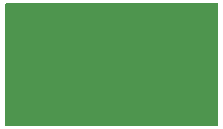
<source format=gbr>
%TF.GenerationSoftware,KiCad,Pcbnew,(6.0.10)*%
%TF.CreationDate,2023-01-04T22:25:59+01:00*%
%TF.ProjectId,SOIC-8 Breakout,534f4943-2d38-4204-9272-65616b6f7574,rev?*%
%TF.SameCoordinates,Original*%
%TF.FileFunction,Soldermask,Bot*%
%TF.FilePolarity,Negative*%
%FSLAX46Y46*%
G04 Gerber Fmt 4.6, Leading zero omitted, Abs format (unit mm)*
G04 Created by KiCad (PCBNEW (6.0.10)) date 2023-01-04 22:25:59*
%MOMM*%
%LPD*%
G01*
G04 APERTURE LIST*
G04 APERTURE END LIST*
G36*
X161359121Y-96413002D02*
G01*
X161405614Y-96466658D01*
X161417000Y-96519000D01*
X161417000Y-106681000D01*
X161396998Y-106749121D01*
X161343342Y-106795614D01*
X161291000Y-106807000D01*
X143509000Y-106807000D01*
X143440879Y-106786998D01*
X143394386Y-106733342D01*
X143383000Y-106681000D01*
X143383000Y-96519000D01*
X143403002Y-96450879D01*
X143456658Y-96404386D01*
X143509000Y-96393000D01*
X161291000Y-96393000D01*
X161359121Y-96413002D01*
G37*
M02*

</source>
